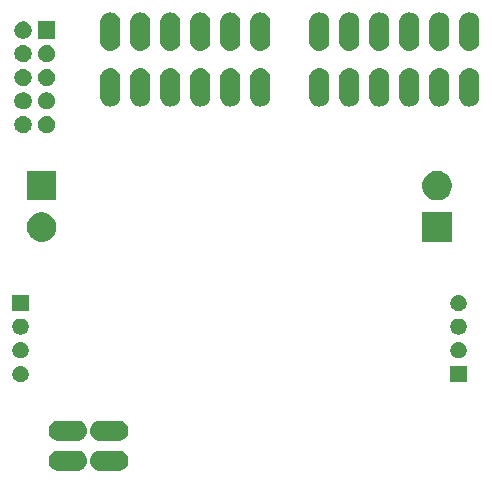
<source format=gbr>
G04 #@! TF.GenerationSoftware,KiCad,Pcbnew,(5.1.5-0-10_14)*
G04 #@! TF.CreationDate,2020-07-06T12:55:30+02:00*
G04 #@! TF.ProjectId,smartcitizen-adc-8ch,736d6172-7463-4697-9469-7a656e2d6164,rev?*
G04 #@! TF.SameCoordinates,Original*
G04 #@! TF.FileFunction,Soldermask,Bot*
G04 #@! TF.FilePolarity,Negative*
%FSLAX46Y46*%
G04 Gerber Fmt 4.6, Leading zero omitted, Abs format (unit mm)*
G04 Created by KiCad (PCBNEW (5.1.5-0-10_14)) date 2020-07-06 12:55:30*
%MOMM*%
%LPD*%
G04 APERTURE LIST*
%ADD10C,0.100000*%
G04 APERTURE END LIST*
D10*
G36*
X140930912Y-116565664D02*
G01*
X141015495Y-116573995D01*
X141178284Y-116623377D01*
X141178287Y-116623378D01*
X141328307Y-116703565D01*
X141328308Y-116703566D01*
X141328312Y-116703568D01*
X141459812Y-116811487D01*
X141567731Y-116942987D01*
X141567733Y-116942991D01*
X141567734Y-116942992D01*
X141647921Y-117093012D01*
X141647922Y-117093015D01*
X141697304Y-117255804D01*
X141713978Y-117425099D01*
X141697304Y-117594394D01*
X141647922Y-117757183D01*
X141647921Y-117757186D01*
X141567734Y-117907206D01*
X141567731Y-117907211D01*
X141459812Y-118038711D01*
X141328312Y-118146630D01*
X141328308Y-118146632D01*
X141328307Y-118146633D01*
X141178287Y-118226820D01*
X141178284Y-118226821D01*
X141015495Y-118276203D01*
X140930912Y-118284534D01*
X140888621Y-118288699D01*
X139279779Y-118288699D01*
X139237488Y-118284534D01*
X139152905Y-118276203D01*
X138990116Y-118226821D01*
X138990113Y-118226820D01*
X138840093Y-118146633D01*
X138840092Y-118146632D01*
X138840088Y-118146630D01*
X138708588Y-118038711D01*
X138600669Y-117907211D01*
X138600666Y-117907206D01*
X138520479Y-117757186D01*
X138520478Y-117757183D01*
X138471096Y-117594394D01*
X138460747Y-117489319D01*
X138455966Y-117465285D01*
X138446589Y-117442647D01*
X138434864Y-117425099D01*
X138446589Y-117407551D01*
X138455967Y-117384912D01*
X138460747Y-117360879D01*
X138471096Y-117255806D01*
X138471096Y-117255804D01*
X138520478Y-117093015D01*
X138520479Y-117093012D01*
X138600666Y-116942992D01*
X138600667Y-116942991D01*
X138600669Y-116942987D01*
X138708588Y-116811487D01*
X138840088Y-116703568D01*
X138840092Y-116703566D01*
X138840093Y-116703565D01*
X138990113Y-116623378D01*
X138990116Y-116623377D01*
X139152905Y-116573995D01*
X139237488Y-116565664D01*
X139279779Y-116561499D01*
X140888621Y-116561499D01*
X140930912Y-116565664D01*
G37*
G36*
X137435212Y-116565664D02*
G01*
X137519795Y-116573995D01*
X137682584Y-116623377D01*
X137682587Y-116623378D01*
X137832607Y-116703565D01*
X137832608Y-116703566D01*
X137832612Y-116703568D01*
X137964112Y-116811487D01*
X138072031Y-116942987D01*
X138072033Y-116942991D01*
X138072034Y-116942992D01*
X138152221Y-117093012D01*
X138152222Y-117093015D01*
X138201604Y-117255804D01*
X138201604Y-117255806D01*
X138211953Y-117360879D01*
X138216734Y-117384913D01*
X138226111Y-117407551D01*
X138237836Y-117425099D01*
X138226111Y-117442647D01*
X138216733Y-117465286D01*
X138211953Y-117489319D01*
X138201604Y-117594394D01*
X138152222Y-117757183D01*
X138152221Y-117757186D01*
X138072034Y-117907206D01*
X138072031Y-117907211D01*
X137964112Y-118038711D01*
X137832612Y-118146630D01*
X137832608Y-118146632D01*
X137832607Y-118146633D01*
X137682587Y-118226820D01*
X137682584Y-118226821D01*
X137519795Y-118276203D01*
X137435212Y-118284534D01*
X137392921Y-118288699D01*
X135784079Y-118288699D01*
X135741788Y-118284534D01*
X135657205Y-118276203D01*
X135494416Y-118226821D01*
X135494413Y-118226820D01*
X135344393Y-118146633D01*
X135344392Y-118146632D01*
X135344388Y-118146630D01*
X135212888Y-118038711D01*
X135104969Y-117907211D01*
X135104966Y-117907206D01*
X135024779Y-117757186D01*
X135024778Y-117757183D01*
X134975396Y-117594394D01*
X134958722Y-117425099D01*
X134975396Y-117255804D01*
X135024778Y-117093015D01*
X135024779Y-117093012D01*
X135104966Y-116942992D01*
X135104967Y-116942991D01*
X135104969Y-116942987D01*
X135212888Y-116811487D01*
X135344388Y-116703568D01*
X135344392Y-116703566D01*
X135344393Y-116703565D01*
X135494413Y-116623378D01*
X135494416Y-116623377D01*
X135657205Y-116573995D01*
X135741788Y-116565664D01*
X135784079Y-116561499D01*
X137392921Y-116561499D01*
X137435212Y-116565664D01*
G37*
G36*
X140930912Y-114025664D02*
G01*
X141015495Y-114033995D01*
X141178284Y-114083377D01*
X141178287Y-114083378D01*
X141328307Y-114163565D01*
X141328308Y-114163566D01*
X141328312Y-114163568D01*
X141459812Y-114271487D01*
X141567731Y-114402987D01*
X141567733Y-114402991D01*
X141567734Y-114402992D01*
X141647921Y-114553012D01*
X141647922Y-114553015D01*
X141697304Y-114715804D01*
X141713978Y-114885099D01*
X141697304Y-115054394D01*
X141647922Y-115217183D01*
X141647921Y-115217186D01*
X141567734Y-115367206D01*
X141567731Y-115367211D01*
X141459812Y-115498711D01*
X141328312Y-115606630D01*
X141328308Y-115606632D01*
X141328307Y-115606633D01*
X141178287Y-115686820D01*
X141178284Y-115686821D01*
X141015495Y-115736203D01*
X140930912Y-115744534D01*
X140888621Y-115748699D01*
X139279779Y-115748699D01*
X139237488Y-115744534D01*
X139152905Y-115736203D01*
X138990116Y-115686821D01*
X138990113Y-115686820D01*
X138840093Y-115606633D01*
X138840092Y-115606632D01*
X138840088Y-115606630D01*
X138708588Y-115498711D01*
X138600669Y-115367211D01*
X138600666Y-115367206D01*
X138520479Y-115217186D01*
X138520478Y-115217183D01*
X138471096Y-115054394D01*
X138460747Y-114949319D01*
X138455966Y-114925285D01*
X138446589Y-114902647D01*
X138434864Y-114885099D01*
X138446589Y-114867551D01*
X138455967Y-114844912D01*
X138460747Y-114820879D01*
X138471096Y-114715806D01*
X138471096Y-114715804D01*
X138520478Y-114553015D01*
X138520479Y-114553012D01*
X138600666Y-114402992D01*
X138600667Y-114402991D01*
X138600669Y-114402987D01*
X138708588Y-114271487D01*
X138840088Y-114163568D01*
X138840092Y-114163566D01*
X138840093Y-114163565D01*
X138990113Y-114083378D01*
X138990116Y-114083377D01*
X139152905Y-114033995D01*
X139237488Y-114025664D01*
X139279779Y-114021499D01*
X140888621Y-114021499D01*
X140930912Y-114025664D01*
G37*
G36*
X137435212Y-114025664D02*
G01*
X137519795Y-114033995D01*
X137682584Y-114083377D01*
X137682587Y-114083378D01*
X137832607Y-114163565D01*
X137832608Y-114163566D01*
X137832612Y-114163568D01*
X137964112Y-114271487D01*
X138072031Y-114402987D01*
X138072033Y-114402991D01*
X138072034Y-114402992D01*
X138152221Y-114553012D01*
X138152222Y-114553015D01*
X138201604Y-114715804D01*
X138201604Y-114715806D01*
X138211953Y-114820879D01*
X138216734Y-114844913D01*
X138226111Y-114867551D01*
X138237836Y-114885099D01*
X138226111Y-114902647D01*
X138216733Y-114925286D01*
X138211953Y-114949319D01*
X138201604Y-115054394D01*
X138152222Y-115217183D01*
X138152221Y-115217186D01*
X138072034Y-115367206D01*
X138072031Y-115367211D01*
X137964112Y-115498711D01*
X137832612Y-115606630D01*
X137832608Y-115606632D01*
X137832607Y-115606633D01*
X137682587Y-115686820D01*
X137682584Y-115686821D01*
X137519795Y-115736203D01*
X137435212Y-115744534D01*
X137392921Y-115748699D01*
X135784079Y-115748699D01*
X135741788Y-115744534D01*
X135657205Y-115736203D01*
X135494416Y-115686821D01*
X135494413Y-115686820D01*
X135344393Y-115606633D01*
X135344392Y-115606632D01*
X135344388Y-115606630D01*
X135212888Y-115498711D01*
X135104969Y-115367211D01*
X135104966Y-115367206D01*
X135024779Y-115217186D01*
X135024778Y-115217183D01*
X134975396Y-115054394D01*
X134958722Y-114885099D01*
X134975396Y-114715804D01*
X135024778Y-114553015D01*
X135024779Y-114553012D01*
X135104966Y-114402992D01*
X135104967Y-114402991D01*
X135104969Y-114402987D01*
X135212888Y-114271487D01*
X135344388Y-114163568D01*
X135344392Y-114163566D01*
X135344393Y-114163565D01*
X135494413Y-114083378D01*
X135494416Y-114083377D01*
X135657205Y-114033995D01*
X135741788Y-114025664D01*
X135784079Y-114021499D01*
X137392921Y-114021499D01*
X137435212Y-114025664D01*
G37*
G36*
X170345300Y-110759440D02*
G01*
X168973300Y-110759440D01*
X168973300Y-109387440D01*
X170345300Y-109387440D01*
X170345300Y-110759440D01*
G37*
G36*
X132766098Y-109413802D02*
G01*
X132890941Y-109465514D01*
X132890943Y-109465515D01*
X133003299Y-109540589D01*
X133098851Y-109636141D01*
X133173926Y-109748499D01*
X133225638Y-109873342D01*
X133252000Y-110005874D01*
X133252000Y-110141006D01*
X133225638Y-110273538D01*
X133173926Y-110398381D01*
X133173925Y-110398383D01*
X133098851Y-110510739D01*
X133003299Y-110606291D01*
X132890943Y-110681365D01*
X132890942Y-110681366D01*
X132890941Y-110681366D01*
X132766098Y-110733078D01*
X132633566Y-110759440D01*
X132498434Y-110759440D01*
X132365902Y-110733078D01*
X132241059Y-110681366D01*
X132241058Y-110681366D01*
X132241057Y-110681365D01*
X132128701Y-110606291D01*
X132033149Y-110510739D01*
X131958075Y-110398383D01*
X131958074Y-110398381D01*
X131906362Y-110273538D01*
X131880000Y-110141006D01*
X131880000Y-110005874D01*
X131906362Y-109873342D01*
X131958074Y-109748499D01*
X132033149Y-109636141D01*
X132128701Y-109540589D01*
X132241057Y-109465515D01*
X132241059Y-109465514D01*
X132365902Y-109413802D01*
X132498434Y-109387440D01*
X132633566Y-109387440D01*
X132766098Y-109413802D01*
G37*
G36*
X132766098Y-107412282D02*
G01*
X132890941Y-107463994D01*
X132890943Y-107463995D01*
X133003299Y-107539069D01*
X133098851Y-107634621D01*
X133173926Y-107746979D01*
X133225638Y-107871822D01*
X133252000Y-108004354D01*
X133252000Y-108139486D01*
X133225638Y-108272018D01*
X133173926Y-108396861D01*
X133173925Y-108396863D01*
X133098851Y-108509219D01*
X133003299Y-108604771D01*
X132890943Y-108679845D01*
X132890942Y-108679846D01*
X132890941Y-108679846D01*
X132766098Y-108731558D01*
X132633566Y-108757920D01*
X132498434Y-108757920D01*
X132365902Y-108731558D01*
X132241059Y-108679846D01*
X132241058Y-108679846D01*
X132241057Y-108679845D01*
X132128701Y-108604771D01*
X132033149Y-108509219D01*
X131958075Y-108396863D01*
X131958074Y-108396861D01*
X131906362Y-108272018D01*
X131880000Y-108139486D01*
X131880000Y-108004354D01*
X131906362Y-107871822D01*
X131958074Y-107746979D01*
X132033149Y-107634621D01*
X132128701Y-107539069D01*
X132241057Y-107463995D01*
X132241059Y-107463994D01*
X132365902Y-107412282D01*
X132498434Y-107385920D01*
X132633566Y-107385920D01*
X132766098Y-107412282D01*
G37*
G36*
X169859398Y-107412282D02*
G01*
X169984241Y-107463994D01*
X169984243Y-107463995D01*
X170096599Y-107539069D01*
X170192151Y-107634621D01*
X170267226Y-107746979D01*
X170318938Y-107871822D01*
X170345300Y-108004354D01*
X170345300Y-108139486D01*
X170318938Y-108272018D01*
X170267226Y-108396861D01*
X170267225Y-108396863D01*
X170192151Y-108509219D01*
X170096599Y-108604771D01*
X169984243Y-108679845D01*
X169984242Y-108679846D01*
X169984241Y-108679846D01*
X169859398Y-108731558D01*
X169726866Y-108757920D01*
X169591734Y-108757920D01*
X169459202Y-108731558D01*
X169334359Y-108679846D01*
X169334358Y-108679846D01*
X169334357Y-108679845D01*
X169222001Y-108604771D01*
X169126449Y-108509219D01*
X169051375Y-108396863D01*
X169051374Y-108396861D01*
X168999662Y-108272018D01*
X168973300Y-108139486D01*
X168973300Y-108004354D01*
X168999662Y-107871822D01*
X169051374Y-107746979D01*
X169126449Y-107634621D01*
X169222001Y-107539069D01*
X169334357Y-107463995D01*
X169334359Y-107463994D01*
X169459202Y-107412282D01*
X169591734Y-107385920D01*
X169726866Y-107385920D01*
X169859398Y-107412282D01*
G37*
G36*
X169859398Y-105415842D02*
G01*
X169984241Y-105467554D01*
X169984243Y-105467555D01*
X170096599Y-105542629D01*
X170192151Y-105638181D01*
X170267226Y-105750539D01*
X170318938Y-105875382D01*
X170345300Y-106007914D01*
X170345300Y-106143046D01*
X170318938Y-106275578D01*
X170267226Y-106400421D01*
X170267225Y-106400423D01*
X170192151Y-106512779D01*
X170096599Y-106608331D01*
X169984243Y-106683405D01*
X169984242Y-106683406D01*
X169984241Y-106683406D01*
X169859398Y-106735118D01*
X169726866Y-106761480D01*
X169591734Y-106761480D01*
X169459202Y-106735118D01*
X169334359Y-106683406D01*
X169334358Y-106683406D01*
X169334357Y-106683405D01*
X169222001Y-106608331D01*
X169126449Y-106512779D01*
X169051375Y-106400423D01*
X169051374Y-106400421D01*
X168999662Y-106275578D01*
X168973300Y-106143046D01*
X168973300Y-106007914D01*
X168999662Y-105875382D01*
X169051374Y-105750539D01*
X169126449Y-105638181D01*
X169222001Y-105542629D01*
X169334357Y-105467555D01*
X169334359Y-105467554D01*
X169459202Y-105415842D01*
X169591734Y-105389480D01*
X169726866Y-105389480D01*
X169859398Y-105415842D01*
G37*
G36*
X132766098Y-105415842D02*
G01*
X132890941Y-105467554D01*
X132890943Y-105467555D01*
X133003299Y-105542629D01*
X133098851Y-105638181D01*
X133173926Y-105750539D01*
X133225638Y-105875382D01*
X133252000Y-106007914D01*
X133252000Y-106143046D01*
X133225638Y-106275578D01*
X133173926Y-106400421D01*
X133173925Y-106400423D01*
X133098851Y-106512779D01*
X133003299Y-106608331D01*
X132890943Y-106683405D01*
X132890942Y-106683406D01*
X132890941Y-106683406D01*
X132766098Y-106735118D01*
X132633566Y-106761480D01*
X132498434Y-106761480D01*
X132365902Y-106735118D01*
X132241059Y-106683406D01*
X132241058Y-106683406D01*
X132241057Y-106683405D01*
X132128701Y-106608331D01*
X132033149Y-106512779D01*
X131958075Y-106400423D01*
X131958074Y-106400421D01*
X131906362Y-106275578D01*
X131880000Y-106143046D01*
X131880000Y-106007914D01*
X131906362Y-105875382D01*
X131958074Y-105750539D01*
X132033149Y-105638181D01*
X132128701Y-105542629D01*
X132241057Y-105467555D01*
X132241059Y-105467554D01*
X132365902Y-105415842D01*
X132498434Y-105389480D01*
X132633566Y-105389480D01*
X132766098Y-105415842D01*
G37*
G36*
X169859398Y-103414322D02*
G01*
X169984241Y-103466034D01*
X169984243Y-103466035D01*
X170096599Y-103541109D01*
X170192151Y-103636661D01*
X170267226Y-103749019D01*
X170318938Y-103873862D01*
X170345300Y-104006394D01*
X170345300Y-104141526D01*
X170318938Y-104274058D01*
X170267226Y-104398901D01*
X170267225Y-104398903D01*
X170192151Y-104511259D01*
X170096599Y-104606811D01*
X169984243Y-104681885D01*
X169984242Y-104681886D01*
X169984241Y-104681886D01*
X169859398Y-104733598D01*
X169726866Y-104759960D01*
X169591734Y-104759960D01*
X169459202Y-104733598D01*
X169334359Y-104681886D01*
X169334358Y-104681886D01*
X169334357Y-104681885D01*
X169222001Y-104606811D01*
X169126449Y-104511259D01*
X169051375Y-104398903D01*
X169051374Y-104398901D01*
X168999662Y-104274058D01*
X168973300Y-104141526D01*
X168973300Y-104006394D01*
X168999662Y-103873862D01*
X169051374Y-103749019D01*
X169126449Y-103636661D01*
X169222001Y-103541109D01*
X169334357Y-103466035D01*
X169334359Y-103466034D01*
X169459202Y-103414322D01*
X169591734Y-103387960D01*
X169726866Y-103387960D01*
X169859398Y-103414322D01*
G37*
G36*
X133252000Y-104759960D02*
G01*
X131880000Y-104759960D01*
X131880000Y-103387960D01*
X133252000Y-103387960D01*
X133252000Y-104759960D01*
G37*
G36*
X169110300Y-98888600D02*
G01*
X166608300Y-98888600D01*
X166608300Y-96386600D01*
X169110300Y-96386600D01*
X169110300Y-98888600D01*
G37*
G36*
X134730903Y-96434675D02*
G01*
X134958571Y-96528978D01*
X135163466Y-96665885D01*
X135337715Y-96840134D01*
X135474622Y-97045029D01*
X135568925Y-97272697D01*
X135617000Y-97514387D01*
X135617000Y-97760813D01*
X135568925Y-98002503D01*
X135474622Y-98230171D01*
X135337715Y-98435066D01*
X135163466Y-98609315D01*
X134958571Y-98746222D01*
X134958570Y-98746223D01*
X134958569Y-98746223D01*
X134730903Y-98840525D01*
X134489214Y-98888600D01*
X134242786Y-98888600D01*
X134001097Y-98840525D01*
X133773431Y-98746223D01*
X133773430Y-98746223D01*
X133773429Y-98746222D01*
X133568534Y-98609315D01*
X133394285Y-98435066D01*
X133257378Y-98230171D01*
X133163075Y-98002503D01*
X133115000Y-97760813D01*
X133115000Y-97514387D01*
X133163075Y-97272697D01*
X133257378Y-97045029D01*
X133394285Y-96840134D01*
X133568534Y-96665885D01*
X133773429Y-96528978D01*
X134001097Y-96434675D01*
X134242786Y-96386600D01*
X134489214Y-96386600D01*
X134730903Y-96434675D01*
G37*
G36*
X135617000Y-95388600D02*
G01*
X133115000Y-95388600D01*
X133115000Y-92886600D01*
X135617000Y-92886600D01*
X135617000Y-95388600D01*
G37*
G36*
X168224203Y-92934675D02*
G01*
X168451871Y-93028978D01*
X168656766Y-93165885D01*
X168831015Y-93340134D01*
X168967922Y-93545029D01*
X169062225Y-93772697D01*
X169110300Y-94014387D01*
X169110300Y-94260813D01*
X169062225Y-94502503D01*
X168967922Y-94730171D01*
X168831015Y-94935066D01*
X168656766Y-95109315D01*
X168451871Y-95246222D01*
X168451870Y-95246223D01*
X168451869Y-95246223D01*
X168224203Y-95340525D01*
X167982514Y-95388600D01*
X167736086Y-95388600D01*
X167494397Y-95340525D01*
X167266731Y-95246223D01*
X167266730Y-95246223D01*
X167266729Y-95246222D01*
X167061834Y-95109315D01*
X166887585Y-94935066D01*
X166750678Y-94730171D01*
X166656375Y-94502503D01*
X166608300Y-94260813D01*
X166608300Y-94014387D01*
X166656375Y-93772697D01*
X166750678Y-93545029D01*
X166887585Y-93340134D01*
X167061834Y-93165885D01*
X167266729Y-93028978D01*
X167494397Y-92934675D01*
X167736086Y-92886600D01*
X167982514Y-92886600D01*
X168224203Y-92934675D01*
G37*
G36*
X132999406Y-88261859D02*
G01*
X133131528Y-88316586D01*
X133131530Y-88316587D01*
X133250438Y-88396039D01*
X133351561Y-88497162D01*
X133351562Y-88497164D01*
X133431014Y-88616072D01*
X133485741Y-88748194D01*
X133513640Y-88888454D01*
X133513640Y-89031466D01*
X133485741Y-89171726D01*
X133431014Y-89303848D01*
X133431013Y-89303850D01*
X133351561Y-89422758D01*
X133250438Y-89523881D01*
X133131530Y-89603333D01*
X133131529Y-89603334D01*
X133131528Y-89603334D01*
X132999406Y-89658061D01*
X132859146Y-89685960D01*
X132716134Y-89685960D01*
X132575874Y-89658061D01*
X132443752Y-89603334D01*
X132443751Y-89603334D01*
X132443750Y-89603333D01*
X132324842Y-89523881D01*
X132223719Y-89422758D01*
X132144267Y-89303850D01*
X132144266Y-89303848D01*
X132089539Y-89171726D01*
X132061640Y-89031466D01*
X132061640Y-88888454D01*
X132089539Y-88748194D01*
X132144266Y-88616072D01*
X132223718Y-88497164D01*
X132223719Y-88497162D01*
X132324842Y-88396039D01*
X132443750Y-88316587D01*
X132443752Y-88316586D01*
X132575874Y-88261859D01*
X132716134Y-88233960D01*
X132859146Y-88233960D01*
X132999406Y-88261859D01*
G37*
G36*
X134999406Y-88261859D02*
G01*
X135131528Y-88316586D01*
X135131530Y-88316587D01*
X135250438Y-88396039D01*
X135351561Y-88497162D01*
X135351562Y-88497164D01*
X135431014Y-88616072D01*
X135485741Y-88748194D01*
X135513640Y-88888454D01*
X135513640Y-89031466D01*
X135485741Y-89171726D01*
X135431014Y-89303848D01*
X135431013Y-89303850D01*
X135351561Y-89422758D01*
X135250438Y-89523881D01*
X135131530Y-89603333D01*
X135131529Y-89603334D01*
X135131528Y-89603334D01*
X134999406Y-89658061D01*
X134859146Y-89685960D01*
X134716134Y-89685960D01*
X134575874Y-89658061D01*
X134443752Y-89603334D01*
X134443751Y-89603334D01*
X134443750Y-89603333D01*
X134324842Y-89523881D01*
X134223719Y-89422758D01*
X134144267Y-89303850D01*
X134144266Y-89303848D01*
X134089539Y-89171726D01*
X134061640Y-89031466D01*
X134061640Y-88888454D01*
X134089539Y-88748194D01*
X134144266Y-88616072D01*
X134223718Y-88497164D01*
X134223719Y-88497162D01*
X134324842Y-88396039D01*
X134443750Y-88316587D01*
X134443752Y-88316586D01*
X134575874Y-88261859D01*
X134716134Y-88233960D01*
X134859146Y-88233960D01*
X134999406Y-88261859D01*
G37*
G36*
X134999406Y-86261859D02*
G01*
X135131528Y-86316586D01*
X135131530Y-86316587D01*
X135250438Y-86396039D01*
X135351561Y-86497162D01*
X135431013Y-86616070D01*
X135431014Y-86616072D01*
X135485741Y-86748194D01*
X135513640Y-86888454D01*
X135513640Y-87031466D01*
X135485741Y-87171726D01*
X135435776Y-87292351D01*
X135431013Y-87303850D01*
X135351561Y-87422758D01*
X135250438Y-87523881D01*
X135131530Y-87603333D01*
X135131529Y-87603334D01*
X135131528Y-87603334D01*
X134999406Y-87658061D01*
X134859146Y-87685960D01*
X134716134Y-87685960D01*
X134575874Y-87658061D01*
X134443752Y-87603334D01*
X134443751Y-87603334D01*
X134443750Y-87603333D01*
X134324842Y-87523881D01*
X134223719Y-87422758D01*
X134144267Y-87303850D01*
X134139504Y-87292351D01*
X134089539Y-87171726D01*
X134061640Y-87031466D01*
X134061640Y-86888454D01*
X134089539Y-86748194D01*
X134144266Y-86616072D01*
X134144267Y-86616070D01*
X134223719Y-86497162D01*
X134324842Y-86396039D01*
X134443750Y-86316587D01*
X134443752Y-86316586D01*
X134575874Y-86261859D01*
X134716134Y-86233960D01*
X134859146Y-86233960D01*
X134999406Y-86261859D01*
G37*
G36*
X132999406Y-86261859D02*
G01*
X133131528Y-86316586D01*
X133131530Y-86316587D01*
X133250438Y-86396039D01*
X133351561Y-86497162D01*
X133431013Y-86616070D01*
X133431014Y-86616072D01*
X133485741Y-86748194D01*
X133513640Y-86888454D01*
X133513640Y-87031466D01*
X133485741Y-87171726D01*
X133435776Y-87292351D01*
X133431013Y-87303850D01*
X133351561Y-87422758D01*
X133250438Y-87523881D01*
X133131530Y-87603333D01*
X133131529Y-87603334D01*
X133131528Y-87603334D01*
X132999406Y-87658061D01*
X132859146Y-87685960D01*
X132716134Y-87685960D01*
X132575874Y-87658061D01*
X132443752Y-87603334D01*
X132443751Y-87603334D01*
X132443750Y-87603333D01*
X132324842Y-87523881D01*
X132223719Y-87422758D01*
X132144267Y-87303850D01*
X132139504Y-87292351D01*
X132089539Y-87171726D01*
X132061640Y-87031466D01*
X132061640Y-86888454D01*
X132089539Y-86748194D01*
X132144266Y-86616072D01*
X132144267Y-86616070D01*
X132223719Y-86497162D01*
X132324842Y-86396039D01*
X132443750Y-86316587D01*
X132443752Y-86316586D01*
X132575874Y-86261859D01*
X132716134Y-86233960D01*
X132859146Y-86233960D01*
X132999406Y-86261859D01*
G37*
G36*
X142879194Y-84195716D02*
G01*
X142999626Y-84232249D01*
X143041987Y-84245099D01*
X143192007Y-84325286D01*
X143192010Y-84325288D01*
X143192011Y-84325289D01*
X143323512Y-84433208D01*
X143431431Y-84564708D01*
X143431433Y-84564712D01*
X143431434Y-84564713D01*
X143511621Y-84714733D01*
X143511622Y-84714736D01*
X143561004Y-84877525D01*
X143573500Y-85004400D01*
X143573500Y-86613240D01*
X143561004Y-86740115D01*
X143558553Y-86748194D01*
X143511621Y-86902907D01*
X143442905Y-87031466D01*
X143431431Y-87052932D01*
X143323512Y-87184432D01*
X143192012Y-87292351D01*
X143192008Y-87292353D01*
X143192007Y-87292354D01*
X143041987Y-87372541D01*
X143041984Y-87372542D01*
X142879195Y-87421924D01*
X142709900Y-87438598D01*
X142540606Y-87421924D01*
X142377817Y-87372542D01*
X142377814Y-87372541D01*
X142227794Y-87292354D01*
X142227793Y-87292353D01*
X142227789Y-87292351D01*
X142096289Y-87184432D01*
X141988370Y-87052932D01*
X141976896Y-87031466D01*
X141908180Y-86902907D01*
X141861248Y-86748194D01*
X141858797Y-86740115D01*
X141846301Y-86613240D01*
X141846300Y-85004401D01*
X141858796Y-84877526D01*
X141908178Y-84714737D01*
X141908179Y-84714733D01*
X141988366Y-84564713D01*
X141988370Y-84564708D01*
X142096288Y-84433208D01*
X142227788Y-84325289D01*
X142227792Y-84325287D01*
X142227793Y-84325286D01*
X142377813Y-84245099D01*
X142414533Y-84233960D01*
X142540605Y-84195716D01*
X142709900Y-84179042D01*
X142879194Y-84195716D01*
G37*
G36*
X153039194Y-84195716D02*
G01*
X153159626Y-84232249D01*
X153201987Y-84245099D01*
X153352007Y-84325286D01*
X153352010Y-84325288D01*
X153352011Y-84325289D01*
X153483512Y-84433208D01*
X153591431Y-84564708D01*
X153591433Y-84564712D01*
X153591434Y-84564713D01*
X153671621Y-84714733D01*
X153671622Y-84714736D01*
X153721004Y-84877525D01*
X153733500Y-85004400D01*
X153733500Y-86613240D01*
X153721004Y-86740115D01*
X153718553Y-86748194D01*
X153671621Y-86902907D01*
X153602905Y-87031466D01*
X153591431Y-87052932D01*
X153483512Y-87184432D01*
X153352012Y-87292351D01*
X153352008Y-87292353D01*
X153352007Y-87292354D01*
X153201987Y-87372541D01*
X153201984Y-87372542D01*
X153039195Y-87421924D01*
X152869900Y-87438598D01*
X152700606Y-87421924D01*
X152537817Y-87372542D01*
X152537814Y-87372541D01*
X152387794Y-87292354D01*
X152387793Y-87292353D01*
X152387789Y-87292351D01*
X152256289Y-87184432D01*
X152148370Y-87052932D01*
X152136896Y-87031466D01*
X152068180Y-86902907D01*
X152021248Y-86748194D01*
X152018797Y-86740115D01*
X152006301Y-86613240D01*
X152006300Y-85004401D01*
X152018796Y-84877526D01*
X152068178Y-84714737D01*
X152068179Y-84714733D01*
X152148366Y-84564713D01*
X152148370Y-84564708D01*
X152256288Y-84433208D01*
X152387788Y-84325289D01*
X152387792Y-84325287D01*
X152387793Y-84325286D01*
X152537813Y-84245099D01*
X152574533Y-84233960D01*
X152700605Y-84195716D01*
X152869900Y-84179042D01*
X153039194Y-84195716D01*
G37*
G36*
X140339194Y-84195716D02*
G01*
X140459626Y-84232249D01*
X140501987Y-84245099D01*
X140652007Y-84325286D01*
X140652010Y-84325288D01*
X140652011Y-84325289D01*
X140783512Y-84433208D01*
X140891431Y-84564708D01*
X140891433Y-84564712D01*
X140891434Y-84564713D01*
X140971621Y-84714733D01*
X140971622Y-84714736D01*
X141021004Y-84877525D01*
X141033500Y-85004400D01*
X141033500Y-86613240D01*
X141021004Y-86740115D01*
X141018553Y-86748194D01*
X140971621Y-86902907D01*
X140902905Y-87031466D01*
X140891431Y-87052932D01*
X140783512Y-87184432D01*
X140652012Y-87292351D01*
X140652008Y-87292353D01*
X140652007Y-87292354D01*
X140501987Y-87372541D01*
X140501984Y-87372542D01*
X140339195Y-87421924D01*
X140169900Y-87438598D01*
X140000606Y-87421924D01*
X139837817Y-87372542D01*
X139837814Y-87372541D01*
X139687794Y-87292354D01*
X139687793Y-87292353D01*
X139687789Y-87292351D01*
X139556289Y-87184432D01*
X139448370Y-87052932D01*
X139436896Y-87031466D01*
X139368180Y-86902907D01*
X139321248Y-86748194D01*
X139318797Y-86740115D01*
X139306301Y-86613240D01*
X139306300Y-85004401D01*
X139318796Y-84877526D01*
X139368178Y-84714737D01*
X139368179Y-84714733D01*
X139448366Y-84564713D01*
X139448370Y-84564708D01*
X139556288Y-84433208D01*
X139687788Y-84325289D01*
X139687792Y-84325287D01*
X139687793Y-84325286D01*
X139837813Y-84245099D01*
X139874533Y-84233960D01*
X140000605Y-84195716D01*
X140169900Y-84179042D01*
X140339194Y-84195716D01*
G37*
G36*
X145419194Y-84195716D02*
G01*
X145539626Y-84232249D01*
X145581987Y-84245099D01*
X145732007Y-84325286D01*
X145732010Y-84325288D01*
X145732011Y-84325289D01*
X145863512Y-84433208D01*
X145971431Y-84564708D01*
X145971433Y-84564712D01*
X145971434Y-84564713D01*
X146051621Y-84714733D01*
X146051622Y-84714736D01*
X146101004Y-84877525D01*
X146113500Y-85004400D01*
X146113500Y-86613240D01*
X146101004Y-86740115D01*
X146098553Y-86748194D01*
X146051621Y-86902907D01*
X145982905Y-87031466D01*
X145971431Y-87052932D01*
X145863512Y-87184432D01*
X145732012Y-87292351D01*
X145732008Y-87292353D01*
X145732007Y-87292354D01*
X145581987Y-87372541D01*
X145581984Y-87372542D01*
X145419195Y-87421924D01*
X145249900Y-87438598D01*
X145080606Y-87421924D01*
X144917817Y-87372542D01*
X144917814Y-87372541D01*
X144767794Y-87292354D01*
X144767793Y-87292353D01*
X144767789Y-87292351D01*
X144636289Y-87184432D01*
X144528370Y-87052932D01*
X144516896Y-87031466D01*
X144448180Y-86902907D01*
X144401248Y-86748194D01*
X144398797Y-86740115D01*
X144386301Y-86613240D01*
X144386300Y-85004401D01*
X144398796Y-84877526D01*
X144448178Y-84714737D01*
X144448179Y-84714733D01*
X144528366Y-84564713D01*
X144528370Y-84564708D01*
X144636288Y-84433208D01*
X144767788Y-84325289D01*
X144767792Y-84325287D01*
X144767793Y-84325286D01*
X144917813Y-84245099D01*
X144954533Y-84233960D01*
X145080605Y-84195716D01*
X145249900Y-84179042D01*
X145419194Y-84195716D01*
G37*
G36*
X147959194Y-84195716D02*
G01*
X148079626Y-84232249D01*
X148121987Y-84245099D01*
X148272007Y-84325286D01*
X148272010Y-84325288D01*
X148272011Y-84325289D01*
X148403512Y-84433208D01*
X148511431Y-84564708D01*
X148511433Y-84564712D01*
X148511434Y-84564713D01*
X148591621Y-84714733D01*
X148591622Y-84714736D01*
X148641004Y-84877525D01*
X148653500Y-85004400D01*
X148653500Y-86613240D01*
X148641004Y-86740115D01*
X148638553Y-86748194D01*
X148591621Y-86902907D01*
X148522905Y-87031466D01*
X148511431Y-87052932D01*
X148403512Y-87184432D01*
X148272012Y-87292351D01*
X148272008Y-87292353D01*
X148272007Y-87292354D01*
X148121987Y-87372541D01*
X148121984Y-87372542D01*
X147959195Y-87421924D01*
X147789900Y-87438598D01*
X147620606Y-87421924D01*
X147457817Y-87372542D01*
X147457814Y-87372541D01*
X147307794Y-87292354D01*
X147307793Y-87292353D01*
X147307789Y-87292351D01*
X147176289Y-87184432D01*
X147068370Y-87052932D01*
X147056896Y-87031466D01*
X146988180Y-86902907D01*
X146941248Y-86748194D01*
X146938797Y-86740115D01*
X146926301Y-86613240D01*
X146926300Y-85004401D01*
X146938796Y-84877526D01*
X146988178Y-84714737D01*
X146988179Y-84714733D01*
X147068366Y-84564713D01*
X147068370Y-84564708D01*
X147176288Y-84433208D01*
X147307788Y-84325289D01*
X147307792Y-84325287D01*
X147307793Y-84325286D01*
X147457813Y-84245099D01*
X147494533Y-84233960D01*
X147620605Y-84195716D01*
X147789900Y-84179042D01*
X147959194Y-84195716D01*
G37*
G36*
X150499194Y-84195716D02*
G01*
X150619626Y-84232249D01*
X150661987Y-84245099D01*
X150812007Y-84325286D01*
X150812010Y-84325288D01*
X150812011Y-84325289D01*
X150943512Y-84433208D01*
X151051431Y-84564708D01*
X151051433Y-84564712D01*
X151051434Y-84564713D01*
X151131621Y-84714733D01*
X151131622Y-84714736D01*
X151181004Y-84877525D01*
X151193500Y-85004400D01*
X151193500Y-86613240D01*
X151181004Y-86740115D01*
X151178553Y-86748194D01*
X151131621Y-86902907D01*
X151062905Y-87031466D01*
X151051431Y-87052932D01*
X150943512Y-87184432D01*
X150812012Y-87292351D01*
X150812008Y-87292353D01*
X150812007Y-87292354D01*
X150661987Y-87372541D01*
X150661984Y-87372542D01*
X150499195Y-87421924D01*
X150329900Y-87438598D01*
X150160606Y-87421924D01*
X149997817Y-87372542D01*
X149997814Y-87372541D01*
X149847794Y-87292354D01*
X149847793Y-87292353D01*
X149847789Y-87292351D01*
X149716289Y-87184432D01*
X149608370Y-87052932D01*
X149596896Y-87031466D01*
X149528180Y-86902907D01*
X149481248Y-86748194D01*
X149478797Y-86740115D01*
X149466301Y-86613240D01*
X149466300Y-85004401D01*
X149478796Y-84877526D01*
X149528178Y-84714737D01*
X149528179Y-84714733D01*
X149608366Y-84564713D01*
X149608370Y-84564708D01*
X149716288Y-84433208D01*
X149847788Y-84325289D01*
X149847792Y-84325287D01*
X149847793Y-84325286D01*
X149997813Y-84245099D01*
X150034533Y-84233960D01*
X150160605Y-84195716D01*
X150329900Y-84179042D01*
X150499194Y-84195716D01*
G37*
G36*
X158037914Y-84195716D02*
G01*
X158158346Y-84232249D01*
X158200707Y-84245099D01*
X158350727Y-84325286D01*
X158350730Y-84325288D01*
X158350731Y-84325289D01*
X158482232Y-84433208D01*
X158590151Y-84564708D01*
X158590153Y-84564712D01*
X158590154Y-84564713D01*
X158670341Y-84714733D01*
X158670342Y-84714736D01*
X158719724Y-84877525D01*
X158732220Y-85004400D01*
X158732220Y-86613240D01*
X158719724Y-86740115D01*
X158717273Y-86748194D01*
X158670341Y-86902907D01*
X158601625Y-87031466D01*
X158590151Y-87052932D01*
X158482232Y-87184432D01*
X158350732Y-87292351D01*
X158350728Y-87292353D01*
X158350727Y-87292354D01*
X158200707Y-87372541D01*
X158200704Y-87372542D01*
X158037915Y-87421924D01*
X157868620Y-87438598D01*
X157699326Y-87421924D01*
X157536537Y-87372542D01*
X157536534Y-87372541D01*
X157386514Y-87292354D01*
X157386513Y-87292353D01*
X157386509Y-87292351D01*
X157255009Y-87184432D01*
X157147090Y-87052932D01*
X157135616Y-87031466D01*
X157066900Y-86902907D01*
X157019968Y-86748194D01*
X157017517Y-86740115D01*
X157005021Y-86613240D01*
X157005020Y-85004401D01*
X157017516Y-84877526D01*
X157066898Y-84714737D01*
X157066899Y-84714733D01*
X157147086Y-84564713D01*
X157147090Y-84564708D01*
X157255008Y-84433208D01*
X157386508Y-84325289D01*
X157386512Y-84325287D01*
X157386513Y-84325286D01*
X157536533Y-84245099D01*
X157573253Y-84233960D01*
X157699325Y-84195716D01*
X157868620Y-84179042D01*
X158037914Y-84195716D01*
G37*
G36*
X170737914Y-84195716D02*
G01*
X170858346Y-84232249D01*
X170900707Y-84245099D01*
X171050727Y-84325286D01*
X171050730Y-84325288D01*
X171050731Y-84325289D01*
X171182232Y-84433208D01*
X171290151Y-84564708D01*
X171290153Y-84564712D01*
X171290154Y-84564713D01*
X171370341Y-84714733D01*
X171370342Y-84714736D01*
X171419724Y-84877525D01*
X171432220Y-85004400D01*
X171432220Y-86613240D01*
X171419724Y-86740115D01*
X171417273Y-86748194D01*
X171370341Y-86902907D01*
X171301625Y-87031466D01*
X171290151Y-87052932D01*
X171182232Y-87184432D01*
X171050732Y-87292351D01*
X171050728Y-87292353D01*
X171050727Y-87292354D01*
X170900707Y-87372541D01*
X170900704Y-87372542D01*
X170737915Y-87421924D01*
X170568620Y-87438598D01*
X170399326Y-87421924D01*
X170236537Y-87372542D01*
X170236534Y-87372541D01*
X170086514Y-87292354D01*
X170086513Y-87292353D01*
X170086509Y-87292351D01*
X169955009Y-87184432D01*
X169847090Y-87052932D01*
X169835616Y-87031466D01*
X169766900Y-86902907D01*
X169719968Y-86748194D01*
X169717517Y-86740115D01*
X169705021Y-86613240D01*
X169705020Y-85004401D01*
X169717516Y-84877526D01*
X169766898Y-84714737D01*
X169766899Y-84714733D01*
X169847086Y-84564713D01*
X169847090Y-84564708D01*
X169955008Y-84433208D01*
X170086508Y-84325289D01*
X170086512Y-84325287D01*
X170086513Y-84325286D01*
X170236533Y-84245099D01*
X170273253Y-84233960D01*
X170399325Y-84195716D01*
X170568620Y-84179042D01*
X170737914Y-84195716D01*
G37*
G36*
X168197914Y-84195716D02*
G01*
X168318346Y-84232249D01*
X168360707Y-84245099D01*
X168510727Y-84325286D01*
X168510730Y-84325288D01*
X168510731Y-84325289D01*
X168642232Y-84433208D01*
X168750151Y-84564708D01*
X168750153Y-84564712D01*
X168750154Y-84564713D01*
X168830341Y-84714733D01*
X168830342Y-84714736D01*
X168879724Y-84877525D01*
X168892220Y-85004400D01*
X168892220Y-86613240D01*
X168879724Y-86740115D01*
X168877273Y-86748194D01*
X168830341Y-86902907D01*
X168761625Y-87031466D01*
X168750151Y-87052932D01*
X168642232Y-87184432D01*
X168510732Y-87292351D01*
X168510728Y-87292353D01*
X168510727Y-87292354D01*
X168360707Y-87372541D01*
X168360704Y-87372542D01*
X168197915Y-87421924D01*
X168028620Y-87438598D01*
X167859326Y-87421924D01*
X167696537Y-87372542D01*
X167696534Y-87372541D01*
X167546514Y-87292354D01*
X167546513Y-87292353D01*
X167546509Y-87292351D01*
X167415009Y-87184432D01*
X167307090Y-87052932D01*
X167295616Y-87031466D01*
X167226900Y-86902907D01*
X167179968Y-86748194D01*
X167177517Y-86740115D01*
X167165021Y-86613240D01*
X167165020Y-85004401D01*
X167177516Y-84877526D01*
X167226898Y-84714737D01*
X167226899Y-84714733D01*
X167307086Y-84564713D01*
X167307090Y-84564708D01*
X167415008Y-84433208D01*
X167546508Y-84325289D01*
X167546512Y-84325287D01*
X167546513Y-84325286D01*
X167696533Y-84245099D01*
X167733253Y-84233960D01*
X167859325Y-84195716D01*
X168028620Y-84179042D01*
X168197914Y-84195716D01*
G37*
G36*
X165657914Y-84195716D02*
G01*
X165778346Y-84232249D01*
X165820707Y-84245099D01*
X165970727Y-84325286D01*
X165970730Y-84325288D01*
X165970731Y-84325289D01*
X166102232Y-84433208D01*
X166210151Y-84564708D01*
X166210153Y-84564712D01*
X166210154Y-84564713D01*
X166290341Y-84714733D01*
X166290342Y-84714736D01*
X166339724Y-84877525D01*
X166352220Y-85004400D01*
X166352220Y-86613240D01*
X166339724Y-86740115D01*
X166337273Y-86748194D01*
X166290341Y-86902907D01*
X166221625Y-87031466D01*
X166210151Y-87052932D01*
X166102232Y-87184432D01*
X165970732Y-87292351D01*
X165970728Y-87292353D01*
X165970727Y-87292354D01*
X165820707Y-87372541D01*
X165820704Y-87372542D01*
X165657915Y-87421924D01*
X165488620Y-87438598D01*
X165319326Y-87421924D01*
X165156537Y-87372542D01*
X165156534Y-87372541D01*
X165006514Y-87292354D01*
X165006513Y-87292353D01*
X165006509Y-87292351D01*
X164875009Y-87184432D01*
X164767090Y-87052932D01*
X164755616Y-87031466D01*
X164686900Y-86902907D01*
X164639968Y-86748194D01*
X164637517Y-86740115D01*
X164625021Y-86613240D01*
X164625020Y-85004401D01*
X164637516Y-84877526D01*
X164686898Y-84714737D01*
X164686899Y-84714733D01*
X164767086Y-84564713D01*
X164767090Y-84564708D01*
X164875008Y-84433208D01*
X165006508Y-84325289D01*
X165006512Y-84325287D01*
X165006513Y-84325286D01*
X165156533Y-84245099D01*
X165193253Y-84233960D01*
X165319325Y-84195716D01*
X165488620Y-84179042D01*
X165657914Y-84195716D01*
G37*
G36*
X163117914Y-84195716D02*
G01*
X163238346Y-84232249D01*
X163280707Y-84245099D01*
X163430727Y-84325286D01*
X163430730Y-84325288D01*
X163430731Y-84325289D01*
X163562232Y-84433208D01*
X163670151Y-84564708D01*
X163670153Y-84564712D01*
X163670154Y-84564713D01*
X163750341Y-84714733D01*
X163750342Y-84714736D01*
X163799724Y-84877525D01*
X163812220Y-85004400D01*
X163812220Y-86613240D01*
X163799724Y-86740115D01*
X163797273Y-86748194D01*
X163750341Y-86902907D01*
X163681625Y-87031466D01*
X163670151Y-87052932D01*
X163562232Y-87184432D01*
X163430732Y-87292351D01*
X163430728Y-87292353D01*
X163430727Y-87292354D01*
X163280707Y-87372541D01*
X163280704Y-87372542D01*
X163117915Y-87421924D01*
X162948620Y-87438598D01*
X162779326Y-87421924D01*
X162616537Y-87372542D01*
X162616534Y-87372541D01*
X162466514Y-87292354D01*
X162466513Y-87292353D01*
X162466509Y-87292351D01*
X162335009Y-87184432D01*
X162227090Y-87052932D01*
X162215616Y-87031466D01*
X162146900Y-86902907D01*
X162099968Y-86748194D01*
X162097517Y-86740115D01*
X162085021Y-86613240D01*
X162085020Y-85004401D01*
X162097516Y-84877526D01*
X162146898Y-84714737D01*
X162146899Y-84714733D01*
X162227086Y-84564713D01*
X162227090Y-84564708D01*
X162335008Y-84433208D01*
X162466508Y-84325289D01*
X162466512Y-84325287D01*
X162466513Y-84325286D01*
X162616533Y-84245099D01*
X162653253Y-84233960D01*
X162779325Y-84195716D01*
X162948620Y-84179042D01*
X163117914Y-84195716D01*
G37*
G36*
X160577914Y-84195716D02*
G01*
X160698346Y-84232249D01*
X160740707Y-84245099D01*
X160890727Y-84325286D01*
X160890730Y-84325288D01*
X160890731Y-84325289D01*
X161022232Y-84433208D01*
X161130151Y-84564708D01*
X161130153Y-84564712D01*
X161130154Y-84564713D01*
X161210341Y-84714733D01*
X161210342Y-84714736D01*
X161259724Y-84877525D01*
X161272220Y-85004400D01*
X161272220Y-86613240D01*
X161259724Y-86740115D01*
X161257273Y-86748194D01*
X161210341Y-86902907D01*
X161141625Y-87031466D01*
X161130151Y-87052932D01*
X161022232Y-87184432D01*
X160890732Y-87292351D01*
X160890728Y-87292353D01*
X160890727Y-87292354D01*
X160740707Y-87372541D01*
X160740704Y-87372542D01*
X160577915Y-87421924D01*
X160408620Y-87438598D01*
X160239326Y-87421924D01*
X160076537Y-87372542D01*
X160076534Y-87372541D01*
X159926514Y-87292354D01*
X159926513Y-87292353D01*
X159926509Y-87292351D01*
X159795009Y-87184432D01*
X159687090Y-87052932D01*
X159675616Y-87031466D01*
X159606900Y-86902907D01*
X159559968Y-86748194D01*
X159557517Y-86740115D01*
X159545021Y-86613240D01*
X159545020Y-85004401D01*
X159557516Y-84877526D01*
X159606898Y-84714737D01*
X159606899Y-84714733D01*
X159687086Y-84564713D01*
X159687090Y-84564708D01*
X159795008Y-84433208D01*
X159926508Y-84325289D01*
X159926512Y-84325287D01*
X159926513Y-84325286D01*
X160076533Y-84245099D01*
X160113253Y-84233960D01*
X160239325Y-84195716D01*
X160408620Y-84179042D01*
X160577914Y-84195716D01*
G37*
G36*
X132999406Y-84261859D02*
G01*
X133131528Y-84316586D01*
X133131530Y-84316587D01*
X133250438Y-84396039D01*
X133351561Y-84497162D01*
X133396697Y-84564713D01*
X133431014Y-84616072D01*
X133485741Y-84748194D01*
X133513640Y-84888454D01*
X133513640Y-85031466D01*
X133485741Y-85171726D01*
X133431014Y-85303848D01*
X133431013Y-85303850D01*
X133351561Y-85422758D01*
X133250438Y-85523881D01*
X133131530Y-85603333D01*
X133131529Y-85603334D01*
X133131528Y-85603334D01*
X132999406Y-85658061D01*
X132859146Y-85685960D01*
X132716134Y-85685960D01*
X132575874Y-85658061D01*
X132443752Y-85603334D01*
X132443751Y-85603334D01*
X132443750Y-85603333D01*
X132324842Y-85523881D01*
X132223719Y-85422758D01*
X132144267Y-85303850D01*
X132144266Y-85303848D01*
X132089539Y-85171726D01*
X132061640Y-85031466D01*
X132061640Y-84888454D01*
X132089539Y-84748194D01*
X132144266Y-84616072D01*
X132178583Y-84564713D01*
X132223719Y-84497162D01*
X132324842Y-84396039D01*
X132443750Y-84316587D01*
X132443752Y-84316586D01*
X132575874Y-84261859D01*
X132716134Y-84233960D01*
X132859146Y-84233960D01*
X132999406Y-84261859D01*
G37*
G36*
X134999406Y-84261859D02*
G01*
X135131528Y-84316586D01*
X135131530Y-84316587D01*
X135250438Y-84396039D01*
X135351561Y-84497162D01*
X135396697Y-84564713D01*
X135431014Y-84616072D01*
X135485741Y-84748194D01*
X135513640Y-84888454D01*
X135513640Y-85031466D01*
X135485741Y-85171726D01*
X135431014Y-85303848D01*
X135431013Y-85303850D01*
X135351561Y-85422758D01*
X135250438Y-85523881D01*
X135131530Y-85603333D01*
X135131529Y-85603334D01*
X135131528Y-85603334D01*
X134999406Y-85658061D01*
X134859146Y-85685960D01*
X134716134Y-85685960D01*
X134575874Y-85658061D01*
X134443752Y-85603334D01*
X134443751Y-85603334D01*
X134443750Y-85603333D01*
X134324842Y-85523881D01*
X134223719Y-85422758D01*
X134144267Y-85303850D01*
X134144266Y-85303848D01*
X134089539Y-85171726D01*
X134061640Y-85031466D01*
X134061640Y-84888454D01*
X134089539Y-84748194D01*
X134144266Y-84616072D01*
X134178583Y-84564713D01*
X134223719Y-84497162D01*
X134324842Y-84396039D01*
X134443750Y-84316587D01*
X134443752Y-84316586D01*
X134575874Y-84261859D01*
X134716134Y-84233960D01*
X134859146Y-84233960D01*
X134999406Y-84261859D01*
G37*
G36*
X132999406Y-82261859D02*
G01*
X133131528Y-82316586D01*
X133131530Y-82316587D01*
X133250438Y-82396039D01*
X133351561Y-82497162D01*
X133431013Y-82616070D01*
X133431014Y-82616072D01*
X133485741Y-82748194D01*
X133513640Y-82888454D01*
X133513640Y-83031466D01*
X133485741Y-83171726D01*
X133431014Y-83303848D01*
X133431013Y-83303850D01*
X133351561Y-83422758D01*
X133250438Y-83523881D01*
X133131530Y-83603333D01*
X133131529Y-83603334D01*
X133131528Y-83603334D01*
X132999406Y-83658061D01*
X132859146Y-83685960D01*
X132716134Y-83685960D01*
X132575874Y-83658061D01*
X132443752Y-83603334D01*
X132443751Y-83603334D01*
X132443750Y-83603333D01*
X132324842Y-83523881D01*
X132223719Y-83422758D01*
X132144267Y-83303850D01*
X132144266Y-83303848D01*
X132089539Y-83171726D01*
X132061640Y-83031466D01*
X132061640Y-82888454D01*
X132089539Y-82748194D01*
X132144266Y-82616072D01*
X132144267Y-82616070D01*
X132223719Y-82497162D01*
X132324842Y-82396039D01*
X132443750Y-82316587D01*
X132443752Y-82316586D01*
X132575874Y-82261859D01*
X132716134Y-82233960D01*
X132859146Y-82233960D01*
X132999406Y-82261859D01*
G37*
G36*
X134999406Y-82261859D02*
G01*
X135131528Y-82316586D01*
X135131530Y-82316587D01*
X135250438Y-82396039D01*
X135351561Y-82497162D01*
X135431013Y-82616070D01*
X135431014Y-82616072D01*
X135485741Y-82748194D01*
X135513640Y-82888454D01*
X135513640Y-83031466D01*
X135485741Y-83171726D01*
X135431014Y-83303848D01*
X135431013Y-83303850D01*
X135351561Y-83422758D01*
X135250438Y-83523881D01*
X135131530Y-83603333D01*
X135131529Y-83603334D01*
X135131528Y-83603334D01*
X134999406Y-83658061D01*
X134859146Y-83685960D01*
X134716134Y-83685960D01*
X134575874Y-83658061D01*
X134443752Y-83603334D01*
X134443751Y-83603334D01*
X134443750Y-83603333D01*
X134324842Y-83523881D01*
X134223719Y-83422758D01*
X134144267Y-83303850D01*
X134144266Y-83303848D01*
X134089539Y-83171726D01*
X134061640Y-83031466D01*
X134061640Y-82888454D01*
X134089539Y-82748194D01*
X134144266Y-82616072D01*
X134144267Y-82616070D01*
X134223719Y-82497162D01*
X134324842Y-82396039D01*
X134443750Y-82316587D01*
X134443752Y-82316586D01*
X134575874Y-82261859D01*
X134716134Y-82233960D01*
X134859146Y-82233960D01*
X134999406Y-82261859D01*
G37*
G36*
X160577914Y-79484016D02*
G01*
X160698346Y-79520549D01*
X160740707Y-79533399D01*
X160890727Y-79613586D01*
X160890730Y-79613588D01*
X160890731Y-79613589D01*
X161022232Y-79721508D01*
X161130151Y-79853008D01*
X161130153Y-79853012D01*
X161130154Y-79853013D01*
X161210341Y-80003033D01*
X161210342Y-80003036D01*
X161259724Y-80165825D01*
X161272220Y-80292700D01*
X161272220Y-81901540D01*
X161259724Y-82028415D01*
X161210342Y-82191204D01*
X161210341Y-82191207D01*
X161143324Y-82316587D01*
X161130151Y-82341232D01*
X161022232Y-82472732D01*
X160890732Y-82580651D01*
X160890728Y-82580653D01*
X160890727Y-82580654D01*
X160740707Y-82660841D01*
X160740704Y-82660842D01*
X160577915Y-82710224D01*
X160408620Y-82726898D01*
X160239326Y-82710224D01*
X160076537Y-82660842D01*
X160076534Y-82660841D01*
X159926514Y-82580654D01*
X159926513Y-82580653D01*
X159926509Y-82580651D01*
X159795009Y-82472732D01*
X159687090Y-82341232D01*
X159673917Y-82316587D01*
X159606900Y-82191207D01*
X159606899Y-82191204D01*
X159557517Y-82028415D01*
X159545021Y-81901540D01*
X159545020Y-80292701D01*
X159557516Y-80165826D01*
X159606898Y-80003037D01*
X159606899Y-80003033D01*
X159687086Y-79853013D01*
X159687090Y-79853008D01*
X159795008Y-79721508D01*
X159926508Y-79613589D01*
X159926512Y-79613587D01*
X159926513Y-79613586D01*
X160076533Y-79533399D01*
X160076536Y-79533398D01*
X160239325Y-79484016D01*
X160408620Y-79467342D01*
X160577914Y-79484016D01*
G37*
G36*
X158037914Y-79484016D02*
G01*
X158158346Y-79520549D01*
X158200707Y-79533399D01*
X158350727Y-79613586D01*
X158350730Y-79613588D01*
X158350731Y-79613589D01*
X158482232Y-79721508D01*
X158590151Y-79853008D01*
X158590153Y-79853012D01*
X158590154Y-79853013D01*
X158670341Y-80003033D01*
X158670342Y-80003036D01*
X158719724Y-80165825D01*
X158732220Y-80292700D01*
X158732220Y-81901540D01*
X158719724Y-82028415D01*
X158670342Y-82191204D01*
X158670341Y-82191207D01*
X158603324Y-82316587D01*
X158590151Y-82341232D01*
X158482232Y-82472732D01*
X158350732Y-82580651D01*
X158350728Y-82580653D01*
X158350727Y-82580654D01*
X158200707Y-82660841D01*
X158200704Y-82660842D01*
X158037915Y-82710224D01*
X157868620Y-82726898D01*
X157699326Y-82710224D01*
X157536537Y-82660842D01*
X157536534Y-82660841D01*
X157386514Y-82580654D01*
X157386513Y-82580653D01*
X157386509Y-82580651D01*
X157255009Y-82472732D01*
X157147090Y-82341232D01*
X157133917Y-82316587D01*
X157066900Y-82191207D01*
X157066899Y-82191204D01*
X157017517Y-82028415D01*
X157005021Y-81901540D01*
X157005020Y-80292701D01*
X157017516Y-80165826D01*
X157066898Y-80003037D01*
X157066899Y-80003033D01*
X157147086Y-79853013D01*
X157147090Y-79853008D01*
X157255008Y-79721508D01*
X157386508Y-79613589D01*
X157386512Y-79613587D01*
X157386513Y-79613586D01*
X157536533Y-79533399D01*
X157536536Y-79533398D01*
X157699325Y-79484016D01*
X157868620Y-79467342D01*
X158037914Y-79484016D01*
G37*
G36*
X145419194Y-79484016D02*
G01*
X145539626Y-79520549D01*
X145581987Y-79533399D01*
X145732007Y-79613586D01*
X145732010Y-79613588D01*
X145732011Y-79613589D01*
X145863512Y-79721508D01*
X145971431Y-79853008D01*
X145971433Y-79853012D01*
X145971434Y-79853013D01*
X146051621Y-80003033D01*
X146051622Y-80003036D01*
X146101004Y-80165825D01*
X146113500Y-80292700D01*
X146113500Y-81901540D01*
X146101004Y-82028415D01*
X146051622Y-82191204D01*
X146051621Y-82191207D01*
X145984604Y-82316587D01*
X145971431Y-82341232D01*
X145863512Y-82472732D01*
X145732012Y-82580651D01*
X145732008Y-82580653D01*
X145732007Y-82580654D01*
X145581987Y-82660841D01*
X145581984Y-82660842D01*
X145419195Y-82710224D01*
X145249900Y-82726898D01*
X145080606Y-82710224D01*
X144917817Y-82660842D01*
X144917814Y-82660841D01*
X144767794Y-82580654D01*
X144767793Y-82580653D01*
X144767789Y-82580651D01*
X144636289Y-82472732D01*
X144528370Y-82341232D01*
X144515197Y-82316587D01*
X144448180Y-82191207D01*
X144448179Y-82191204D01*
X144398797Y-82028415D01*
X144386301Y-81901540D01*
X144386300Y-80292701D01*
X144398796Y-80165826D01*
X144448178Y-80003037D01*
X144448179Y-80003033D01*
X144528366Y-79853013D01*
X144528370Y-79853008D01*
X144636288Y-79721508D01*
X144767788Y-79613589D01*
X144767792Y-79613587D01*
X144767793Y-79613586D01*
X144917813Y-79533399D01*
X144917816Y-79533398D01*
X145080605Y-79484016D01*
X145249900Y-79467342D01*
X145419194Y-79484016D01*
G37*
G36*
X142879194Y-79484016D02*
G01*
X142999626Y-79520549D01*
X143041987Y-79533399D01*
X143192007Y-79613586D01*
X143192010Y-79613588D01*
X143192011Y-79613589D01*
X143323512Y-79721508D01*
X143431431Y-79853008D01*
X143431433Y-79853012D01*
X143431434Y-79853013D01*
X143511621Y-80003033D01*
X143511622Y-80003036D01*
X143561004Y-80165825D01*
X143573500Y-80292700D01*
X143573500Y-81901540D01*
X143561004Y-82028415D01*
X143511622Y-82191204D01*
X143511621Y-82191207D01*
X143444604Y-82316587D01*
X143431431Y-82341232D01*
X143323512Y-82472732D01*
X143192012Y-82580651D01*
X143192008Y-82580653D01*
X143192007Y-82580654D01*
X143041987Y-82660841D01*
X143041984Y-82660842D01*
X142879195Y-82710224D01*
X142709900Y-82726898D01*
X142540606Y-82710224D01*
X142377817Y-82660842D01*
X142377814Y-82660841D01*
X142227794Y-82580654D01*
X142227793Y-82580653D01*
X142227789Y-82580651D01*
X142096289Y-82472732D01*
X141988370Y-82341232D01*
X141975197Y-82316587D01*
X141908180Y-82191207D01*
X141908179Y-82191204D01*
X141858797Y-82028415D01*
X141846301Y-81901540D01*
X141846300Y-80292701D01*
X141858796Y-80165826D01*
X141908178Y-80003037D01*
X141908179Y-80003033D01*
X141988366Y-79853013D01*
X141988370Y-79853008D01*
X142096288Y-79721508D01*
X142227788Y-79613589D01*
X142227792Y-79613587D01*
X142227793Y-79613586D01*
X142377813Y-79533399D01*
X142377816Y-79533398D01*
X142540605Y-79484016D01*
X142709900Y-79467342D01*
X142879194Y-79484016D01*
G37*
G36*
X140339194Y-79484016D02*
G01*
X140459626Y-79520549D01*
X140501987Y-79533399D01*
X140652007Y-79613586D01*
X140652010Y-79613588D01*
X140652011Y-79613589D01*
X140783512Y-79721508D01*
X140891431Y-79853008D01*
X140891433Y-79853012D01*
X140891434Y-79853013D01*
X140971621Y-80003033D01*
X140971622Y-80003036D01*
X141021004Y-80165825D01*
X141033500Y-80292700D01*
X141033500Y-81901540D01*
X141021004Y-82028415D01*
X140971622Y-82191204D01*
X140971621Y-82191207D01*
X140904604Y-82316587D01*
X140891431Y-82341232D01*
X140783512Y-82472732D01*
X140652012Y-82580651D01*
X140652008Y-82580653D01*
X140652007Y-82580654D01*
X140501987Y-82660841D01*
X140501984Y-82660842D01*
X140339195Y-82710224D01*
X140169900Y-82726898D01*
X140000606Y-82710224D01*
X139837817Y-82660842D01*
X139837814Y-82660841D01*
X139687794Y-82580654D01*
X139687793Y-82580653D01*
X139687789Y-82580651D01*
X139556289Y-82472732D01*
X139448370Y-82341232D01*
X139435197Y-82316587D01*
X139368180Y-82191207D01*
X139368179Y-82191204D01*
X139318797Y-82028415D01*
X139306301Y-81901540D01*
X139306300Y-80292701D01*
X139318796Y-80165826D01*
X139368178Y-80003037D01*
X139368179Y-80003033D01*
X139448366Y-79853013D01*
X139448370Y-79853008D01*
X139556288Y-79721508D01*
X139687788Y-79613589D01*
X139687792Y-79613587D01*
X139687793Y-79613586D01*
X139837813Y-79533399D01*
X139837816Y-79533398D01*
X140000605Y-79484016D01*
X140169900Y-79467342D01*
X140339194Y-79484016D01*
G37*
G36*
X163117914Y-79484016D02*
G01*
X163238346Y-79520549D01*
X163280707Y-79533399D01*
X163430727Y-79613586D01*
X163430730Y-79613588D01*
X163430731Y-79613589D01*
X163562232Y-79721508D01*
X163670151Y-79853008D01*
X163670153Y-79853012D01*
X163670154Y-79853013D01*
X163750341Y-80003033D01*
X163750342Y-80003036D01*
X163799724Y-80165825D01*
X163812220Y-80292700D01*
X163812220Y-81901540D01*
X163799724Y-82028415D01*
X163750342Y-82191204D01*
X163750341Y-82191207D01*
X163683324Y-82316587D01*
X163670151Y-82341232D01*
X163562232Y-82472732D01*
X163430732Y-82580651D01*
X163430728Y-82580653D01*
X163430727Y-82580654D01*
X163280707Y-82660841D01*
X163280704Y-82660842D01*
X163117915Y-82710224D01*
X162948620Y-82726898D01*
X162779326Y-82710224D01*
X162616537Y-82660842D01*
X162616534Y-82660841D01*
X162466514Y-82580654D01*
X162466513Y-82580653D01*
X162466509Y-82580651D01*
X162335009Y-82472732D01*
X162227090Y-82341232D01*
X162213917Y-82316587D01*
X162146900Y-82191207D01*
X162146899Y-82191204D01*
X162097517Y-82028415D01*
X162085021Y-81901540D01*
X162085020Y-80292701D01*
X162097516Y-80165826D01*
X162146898Y-80003037D01*
X162146899Y-80003033D01*
X162227086Y-79853013D01*
X162227090Y-79853008D01*
X162335008Y-79721508D01*
X162466508Y-79613589D01*
X162466512Y-79613587D01*
X162466513Y-79613586D01*
X162616533Y-79533399D01*
X162616536Y-79533398D01*
X162779325Y-79484016D01*
X162948620Y-79467342D01*
X163117914Y-79484016D01*
G37*
G36*
X153039194Y-79484016D02*
G01*
X153159626Y-79520549D01*
X153201987Y-79533399D01*
X153352007Y-79613586D01*
X153352010Y-79613588D01*
X153352011Y-79613589D01*
X153483512Y-79721508D01*
X153591431Y-79853008D01*
X153591433Y-79853012D01*
X153591434Y-79853013D01*
X153671621Y-80003033D01*
X153671622Y-80003036D01*
X153721004Y-80165825D01*
X153733500Y-80292700D01*
X153733500Y-81901540D01*
X153721004Y-82028415D01*
X153671622Y-82191204D01*
X153671621Y-82191207D01*
X153604604Y-82316587D01*
X153591431Y-82341232D01*
X153483512Y-82472732D01*
X153352012Y-82580651D01*
X153352008Y-82580653D01*
X153352007Y-82580654D01*
X153201987Y-82660841D01*
X153201984Y-82660842D01*
X153039195Y-82710224D01*
X152869900Y-82726898D01*
X152700606Y-82710224D01*
X152537817Y-82660842D01*
X152537814Y-82660841D01*
X152387794Y-82580654D01*
X152387793Y-82580653D01*
X152387789Y-82580651D01*
X152256289Y-82472732D01*
X152148370Y-82341232D01*
X152135197Y-82316587D01*
X152068180Y-82191207D01*
X152068179Y-82191204D01*
X152018797Y-82028415D01*
X152006301Y-81901540D01*
X152006300Y-80292701D01*
X152018796Y-80165826D01*
X152068178Y-80003037D01*
X152068179Y-80003033D01*
X152148366Y-79853013D01*
X152148370Y-79853008D01*
X152256288Y-79721508D01*
X152387788Y-79613589D01*
X152387792Y-79613587D01*
X152387793Y-79613586D01*
X152537813Y-79533399D01*
X152537816Y-79533398D01*
X152700605Y-79484016D01*
X152869900Y-79467342D01*
X153039194Y-79484016D01*
G37*
G36*
X168197914Y-79484016D02*
G01*
X168318346Y-79520549D01*
X168360707Y-79533399D01*
X168510727Y-79613586D01*
X168510730Y-79613588D01*
X168510731Y-79613589D01*
X168642232Y-79721508D01*
X168750151Y-79853008D01*
X168750153Y-79853012D01*
X168750154Y-79853013D01*
X168830341Y-80003033D01*
X168830342Y-80003036D01*
X168879724Y-80165825D01*
X168892220Y-80292700D01*
X168892220Y-81901540D01*
X168879724Y-82028415D01*
X168830342Y-82191204D01*
X168830341Y-82191207D01*
X168763324Y-82316587D01*
X168750151Y-82341232D01*
X168642232Y-82472732D01*
X168510732Y-82580651D01*
X168510728Y-82580653D01*
X168510727Y-82580654D01*
X168360707Y-82660841D01*
X168360704Y-82660842D01*
X168197915Y-82710224D01*
X168028620Y-82726898D01*
X167859326Y-82710224D01*
X167696537Y-82660842D01*
X167696534Y-82660841D01*
X167546514Y-82580654D01*
X167546513Y-82580653D01*
X167546509Y-82580651D01*
X167415009Y-82472732D01*
X167307090Y-82341232D01*
X167293917Y-82316587D01*
X167226900Y-82191207D01*
X167226899Y-82191204D01*
X167177517Y-82028415D01*
X167165021Y-81901540D01*
X167165020Y-80292701D01*
X167177516Y-80165826D01*
X167226898Y-80003037D01*
X167226899Y-80003033D01*
X167307086Y-79853013D01*
X167307090Y-79853008D01*
X167415008Y-79721508D01*
X167546508Y-79613589D01*
X167546512Y-79613587D01*
X167546513Y-79613586D01*
X167696533Y-79533399D01*
X167696536Y-79533398D01*
X167859325Y-79484016D01*
X168028620Y-79467342D01*
X168197914Y-79484016D01*
G37*
G36*
X170737914Y-79484016D02*
G01*
X170858346Y-79520549D01*
X170900707Y-79533399D01*
X171050727Y-79613586D01*
X171050730Y-79613588D01*
X171050731Y-79613589D01*
X171182232Y-79721508D01*
X171290151Y-79853008D01*
X171290153Y-79853012D01*
X171290154Y-79853013D01*
X171370341Y-80003033D01*
X171370342Y-80003036D01*
X171419724Y-80165825D01*
X171432220Y-80292700D01*
X171432220Y-81901540D01*
X171419724Y-82028415D01*
X171370342Y-82191204D01*
X171370341Y-82191207D01*
X171303324Y-82316587D01*
X171290151Y-82341232D01*
X171182232Y-82472732D01*
X171050732Y-82580651D01*
X171050728Y-82580653D01*
X171050727Y-82580654D01*
X170900707Y-82660841D01*
X170900704Y-82660842D01*
X170737915Y-82710224D01*
X170568620Y-82726898D01*
X170399326Y-82710224D01*
X170236537Y-82660842D01*
X170236534Y-82660841D01*
X170086514Y-82580654D01*
X170086513Y-82580653D01*
X170086509Y-82580651D01*
X169955009Y-82472732D01*
X169847090Y-82341232D01*
X169833917Y-82316587D01*
X169766900Y-82191207D01*
X169766899Y-82191204D01*
X169717517Y-82028415D01*
X169705021Y-81901540D01*
X169705020Y-80292701D01*
X169717516Y-80165826D01*
X169766898Y-80003037D01*
X169766899Y-80003033D01*
X169847086Y-79853013D01*
X169847090Y-79853008D01*
X169955008Y-79721508D01*
X170086508Y-79613589D01*
X170086512Y-79613587D01*
X170086513Y-79613586D01*
X170236533Y-79533399D01*
X170236536Y-79533398D01*
X170399325Y-79484016D01*
X170568620Y-79467342D01*
X170737914Y-79484016D01*
G37*
G36*
X147959194Y-79484016D02*
G01*
X148079626Y-79520549D01*
X148121987Y-79533399D01*
X148272007Y-79613586D01*
X148272010Y-79613588D01*
X148272011Y-79613589D01*
X148403512Y-79721508D01*
X148511431Y-79853008D01*
X148511433Y-79853012D01*
X148511434Y-79853013D01*
X148591621Y-80003033D01*
X148591622Y-80003036D01*
X148641004Y-80165825D01*
X148653500Y-80292700D01*
X148653500Y-81901540D01*
X148641004Y-82028415D01*
X148591622Y-82191204D01*
X148591621Y-82191207D01*
X148524604Y-82316587D01*
X148511431Y-82341232D01*
X148403512Y-82472732D01*
X148272012Y-82580651D01*
X148272008Y-82580653D01*
X148272007Y-82580654D01*
X148121987Y-82660841D01*
X148121984Y-82660842D01*
X147959195Y-82710224D01*
X147789900Y-82726898D01*
X147620606Y-82710224D01*
X147457817Y-82660842D01*
X147457814Y-82660841D01*
X147307794Y-82580654D01*
X147307793Y-82580653D01*
X147307789Y-82580651D01*
X147176289Y-82472732D01*
X147068370Y-82341232D01*
X147055197Y-82316587D01*
X146988180Y-82191207D01*
X146988179Y-82191204D01*
X146938797Y-82028415D01*
X146926301Y-81901540D01*
X146926300Y-80292701D01*
X146938796Y-80165826D01*
X146988178Y-80003037D01*
X146988179Y-80003033D01*
X147068366Y-79853013D01*
X147068370Y-79853008D01*
X147176288Y-79721508D01*
X147307788Y-79613589D01*
X147307792Y-79613587D01*
X147307793Y-79613586D01*
X147457813Y-79533399D01*
X147457816Y-79533398D01*
X147620605Y-79484016D01*
X147789900Y-79467342D01*
X147959194Y-79484016D01*
G37*
G36*
X150499194Y-79484016D02*
G01*
X150619626Y-79520549D01*
X150661987Y-79533399D01*
X150812007Y-79613586D01*
X150812010Y-79613588D01*
X150812011Y-79613589D01*
X150943512Y-79721508D01*
X151051431Y-79853008D01*
X151051433Y-79853012D01*
X151051434Y-79853013D01*
X151131621Y-80003033D01*
X151131622Y-80003036D01*
X151181004Y-80165825D01*
X151193500Y-80292700D01*
X151193500Y-81901540D01*
X151181004Y-82028415D01*
X151131622Y-82191204D01*
X151131621Y-82191207D01*
X151064604Y-82316587D01*
X151051431Y-82341232D01*
X150943512Y-82472732D01*
X150812012Y-82580651D01*
X150812008Y-82580653D01*
X150812007Y-82580654D01*
X150661987Y-82660841D01*
X150661984Y-82660842D01*
X150499195Y-82710224D01*
X150329900Y-82726898D01*
X150160606Y-82710224D01*
X149997817Y-82660842D01*
X149997814Y-82660841D01*
X149847794Y-82580654D01*
X149847793Y-82580653D01*
X149847789Y-82580651D01*
X149716289Y-82472732D01*
X149608370Y-82341232D01*
X149595197Y-82316587D01*
X149528180Y-82191207D01*
X149528179Y-82191204D01*
X149478797Y-82028415D01*
X149466301Y-81901540D01*
X149466300Y-80292701D01*
X149478796Y-80165826D01*
X149528178Y-80003037D01*
X149528179Y-80003033D01*
X149608366Y-79853013D01*
X149608370Y-79853008D01*
X149716288Y-79721508D01*
X149847788Y-79613589D01*
X149847792Y-79613587D01*
X149847793Y-79613586D01*
X149997813Y-79533399D01*
X149997816Y-79533398D01*
X150160605Y-79484016D01*
X150329900Y-79467342D01*
X150499194Y-79484016D01*
G37*
G36*
X165657914Y-79484016D02*
G01*
X165778346Y-79520549D01*
X165820707Y-79533399D01*
X165970727Y-79613586D01*
X165970730Y-79613588D01*
X165970731Y-79613589D01*
X166102232Y-79721508D01*
X166210151Y-79853008D01*
X166210153Y-79853012D01*
X166210154Y-79853013D01*
X166290341Y-80003033D01*
X166290342Y-80003036D01*
X166339724Y-80165825D01*
X166352220Y-80292700D01*
X166352220Y-81901540D01*
X166339724Y-82028415D01*
X166290342Y-82191204D01*
X166290341Y-82191207D01*
X166223324Y-82316587D01*
X166210151Y-82341232D01*
X166102232Y-82472732D01*
X165970732Y-82580651D01*
X165970728Y-82580653D01*
X165970727Y-82580654D01*
X165820707Y-82660841D01*
X165820704Y-82660842D01*
X165657915Y-82710224D01*
X165488620Y-82726898D01*
X165319326Y-82710224D01*
X165156537Y-82660842D01*
X165156534Y-82660841D01*
X165006514Y-82580654D01*
X165006513Y-82580653D01*
X165006509Y-82580651D01*
X164875009Y-82472732D01*
X164767090Y-82341232D01*
X164753917Y-82316587D01*
X164686900Y-82191207D01*
X164686899Y-82191204D01*
X164637517Y-82028415D01*
X164625021Y-81901540D01*
X164625020Y-80292701D01*
X164637516Y-80165826D01*
X164686898Y-80003037D01*
X164686899Y-80003033D01*
X164767086Y-79853013D01*
X164767090Y-79853008D01*
X164875008Y-79721508D01*
X165006508Y-79613589D01*
X165006512Y-79613587D01*
X165006513Y-79613586D01*
X165156533Y-79533399D01*
X165156536Y-79533398D01*
X165319325Y-79484016D01*
X165488620Y-79467342D01*
X165657914Y-79484016D01*
G37*
G36*
X132999406Y-80261859D02*
G01*
X133131528Y-80316586D01*
X133131530Y-80316587D01*
X133250438Y-80396039D01*
X133351561Y-80497162D01*
X133351562Y-80497164D01*
X133431014Y-80616072D01*
X133485741Y-80748194D01*
X133513640Y-80888454D01*
X133513640Y-81031466D01*
X133485741Y-81171726D01*
X133431014Y-81303848D01*
X133431013Y-81303850D01*
X133351561Y-81422758D01*
X133250438Y-81523881D01*
X133131530Y-81603333D01*
X133131529Y-81603334D01*
X133131528Y-81603334D01*
X132999406Y-81658061D01*
X132859146Y-81685960D01*
X132716134Y-81685960D01*
X132575874Y-81658061D01*
X132443752Y-81603334D01*
X132443751Y-81603334D01*
X132443750Y-81603333D01*
X132324842Y-81523881D01*
X132223719Y-81422758D01*
X132144267Y-81303850D01*
X132144266Y-81303848D01*
X132089539Y-81171726D01*
X132061640Y-81031466D01*
X132061640Y-80888454D01*
X132089539Y-80748194D01*
X132144266Y-80616072D01*
X132223718Y-80497164D01*
X132223719Y-80497162D01*
X132324842Y-80396039D01*
X132443750Y-80316587D01*
X132443752Y-80316586D01*
X132575874Y-80261859D01*
X132716134Y-80233960D01*
X132859146Y-80233960D01*
X132999406Y-80261859D01*
G37*
G36*
X135513640Y-81685960D02*
G01*
X134061640Y-81685960D01*
X134061640Y-80233960D01*
X135513640Y-80233960D01*
X135513640Y-81685960D01*
G37*
M02*

</source>
